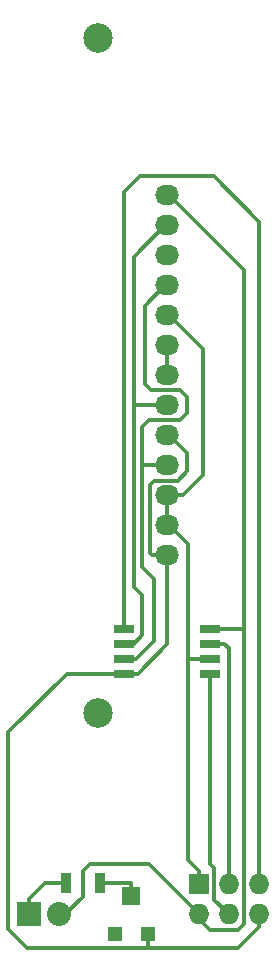
<source format=gbr>
G04 #@! TF.FileFunction,Copper,L1,Top,Signal*
%FSLAX46Y46*%
G04 Gerber Fmt 4.6, Leading zero omitted, Abs format (unit mm)*
G04 Created by KiCad (PCBNEW 4.0.2+dfsg1-stable) date Thu 14 Apr 2016 07:39:57 AM EDT*
%MOMM*%
G01*
G04 APERTURE LIST*
%ADD10C,0.150000*%
%ADD11R,1.600000X1.500000*%
%ADD12R,1.200000X1.200000*%
%ADD13O,2.032000X1.727200*%
%ADD14C,2.500000*%
%ADD15R,1.700000X0.650000*%
%ADD16R,1.727200X1.727200*%
%ADD17O,1.727200X1.727200*%
%ADD18R,2.032000X2.032000*%
%ADD19O,2.032000X2.032000*%
%ADD20R,0.900000X1.700000*%
%ADD21C,0.300000*%
G04 APERTURE END LIST*
D10*
D11*
X11708000Y-3767000D03*
D12*
X13108000Y-7017000D03*
X10308000Y-7017000D03*
D13*
X14756000Y40313000D03*
X14756000Y37773000D03*
X14756000Y35233000D03*
X14756000Y32693000D03*
X14756000Y30153000D03*
X14756000Y27613000D03*
X14756000Y25073000D03*
X14756000Y42853000D03*
X14756000Y45393000D03*
X14756000Y47933000D03*
X14756000Y50473000D03*
X14756000Y53013000D03*
X14756000Y55553000D03*
D14*
X8861000Y68888000D03*
X8861000Y11738000D03*
D15*
X11106000Y18850000D03*
X11106000Y17580000D03*
X11106000Y16310000D03*
X11106000Y15040000D03*
X18406000Y15040000D03*
X18406000Y16310000D03*
X18406000Y17580000D03*
X18406000Y18850000D03*
D16*
X17423000Y-2804000D03*
D17*
X17423000Y-5344000D03*
X19963000Y-2804000D03*
X19963000Y-5344000D03*
X22503000Y-2804000D03*
X22503000Y-5344000D03*
D18*
X3072000Y-5344000D03*
D19*
X5612000Y-5344000D03*
D20*
X6150000Y-2700000D03*
X9050000Y-2700000D03*
D21*
X22503000Y-2804000D02*
X22503000Y53297000D01*
X22503000Y53297000D02*
X18674753Y57125247D01*
X18674753Y57125247D02*
X12425247Y57125247D01*
X12425247Y57125247D02*
X11073000Y55773000D01*
X11073000Y55773000D02*
X11073000Y19508000D01*
X11073000Y19508000D02*
X11106000Y19475000D01*
X11106000Y19475000D02*
X11106000Y18850000D01*
X11106000Y17580000D02*
X11934521Y17580000D01*
X11934521Y17580000D02*
X12634602Y18280081D01*
X12634602Y18280081D02*
X12634602Y21650050D01*
X12634602Y21650050D02*
X11903192Y22381460D01*
X11903192Y37773000D02*
X12343000Y37773000D01*
X11903192Y22381460D02*
X11903192Y37773000D01*
X12343000Y37773000D02*
X11902769Y37773000D01*
X11902769Y37773000D02*
X11902769Y50312169D01*
X11902769Y50312169D02*
X14603600Y53013000D01*
X14603600Y53013000D02*
X14756000Y53013000D01*
X14756000Y37773000D02*
X13440000Y37773000D01*
X13440000Y37773000D02*
X12343000Y37773000D01*
X14756000Y37773000D02*
X14603600Y37773000D01*
X14756000Y32693000D02*
X12637964Y32693000D01*
X12637964Y32693000D02*
X12637964Y35937964D01*
X12637964Y35937964D02*
X13203000Y36503000D01*
X13203000Y36503000D02*
X15856657Y36503000D01*
X15856657Y36503000D02*
X16424388Y37070731D01*
X14603600Y47933000D02*
X14756000Y47933000D01*
X16424388Y37070731D02*
X16424388Y38462524D01*
X13375827Y39040413D02*
X12837148Y39579092D01*
X12837148Y46166548D02*
X14603600Y47933000D01*
X16424388Y38462524D02*
X15846499Y39040413D01*
X15846499Y39040413D02*
X13375827Y39040413D01*
X12837148Y39579092D02*
X12837148Y46166548D01*
X14908400Y47933000D02*
X14756000Y47933000D01*
X11106000Y16310000D02*
X12115479Y16310000D01*
X12115479Y16310000D02*
X13617510Y17812031D01*
X13617510Y17812031D02*
X13617510Y23038602D01*
X13617510Y23038602D02*
X12637144Y24018968D01*
X12637144Y24018968D02*
X12637144Y32693000D01*
X12637144Y32693000D02*
X14756000Y32693000D01*
X1300000Y-6615002D02*
X1300000Y10097319D01*
X13108000Y-7017000D02*
X13108000Y-8200000D01*
X13108000Y-8200000D02*
X2884998Y-8200000D01*
X2884998Y-8200000D02*
X1300000Y-6615002D01*
X1300000Y10097319D02*
X6242681Y15040000D01*
X6242681Y15040000D02*
X9956000Y15040000D01*
X9956000Y15040000D02*
X11106000Y15040000D01*
X14756000Y25073000D02*
X13440000Y25073000D01*
X15624686Y31366610D02*
X16424388Y32166312D01*
X13440000Y25073000D02*
X13300000Y25213000D01*
X13666610Y31366610D02*
X15624686Y31366610D01*
X14908400Y35233000D02*
X14756000Y35233000D01*
X13300000Y25213000D02*
X13300000Y31000000D01*
X13300000Y31000000D02*
X13666610Y31366610D01*
X16424388Y32166312D02*
X16424388Y33717012D01*
X16424388Y33717012D02*
X14908400Y35233000D01*
X22503000Y-5344000D02*
X22503000Y-6423890D01*
X22503000Y-6423890D02*
X20726345Y-8200545D01*
X20726345Y-8200545D02*
X13108000Y-8200545D01*
X13108000Y-8200545D02*
X13108000Y-7017000D01*
X11106000Y15040000D02*
X12256000Y15040000D01*
X12256000Y15040000D02*
X14756000Y17540000D01*
X14756000Y17540000D02*
X14756000Y23909400D01*
X14756000Y23909400D02*
X14756000Y25073000D01*
X18406000Y-1067036D02*
X18406000Y7632964D01*
X19963000Y-5344000D02*
X18749399Y-4130399D01*
X18749399Y-4130399D02*
X18749399Y-1410435D01*
X18749399Y-1410435D02*
X18406000Y-1067036D01*
X18406000Y7632964D02*
X18406000Y15040000D01*
X16534000Y-751400D02*
X16534000Y7948600D01*
X14756000Y30153000D02*
X16072000Y30153000D01*
X17775321Y31856321D02*
X17775321Y42526079D01*
X16072000Y30153000D02*
X17775321Y31856321D01*
X17775321Y42526079D02*
X14908400Y45393000D01*
X14908400Y45393000D02*
X14756000Y45393000D01*
X14402813Y45393000D02*
X14756000Y45393000D01*
X16534000Y25987400D02*
X16534000Y16310000D01*
X16534000Y16310000D02*
X16534000Y7948600D01*
X18406000Y16310000D02*
X16534000Y16310000D01*
X16534000Y-751400D02*
X17423000Y-1640400D01*
X17423000Y-1640400D02*
X17423000Y-2804000D01*
X14908400Y27613000D02*
X16534000Y25987400D01*
X14756000Y27613000D02*
X14756000Y30153000D01*
X14908400Y27613000D02*
X14756000Y27613000D01*
X19963000Y-2804000D02*
X19963000Y17173000D01*
X19963000Y17173000D02*
X19556000Y17580000D01*
X19556000Y17580000D02*
X18406000Y17580000D01*
X17423000Y-5344000D02*
X17423000Y-5770863D01*
X17423000Y-5770863D02*
X18347176Y-6695039D01*
X21271873Y2700000D02*
X21271873Y18850000D01*
X18347176Y-6695039D02*
X20712962Y-6695039D01*
X20712962Y-6695039D02*
X21271873Y-6136128D01*
X21271873Y-6136128D02*
X21271873Y2700000D01*
X17423000Y-5344000D02*
X13176216Y-1097216D01*
X8212018Y-1097216D02*
X7611467Y-1697767D01*
X7611467Y-3859753D02*
X6127220Y-5344000D01*
X13176216Y-1097216D02*
X8212018Y-1097216D01*
X7611467Y-1697767D02*
X7611467Y-3859753D01*
X6127220Y-5344000D02*
X5612000Y-5344000D01*
X21271873Y18850000D02*
X21271873Y49189527D01*
X18406000Y18850000D02*
X19556000Y18850000D01*
X19556000Y18850000D02*
X21271873Y18850000D01*
X21271873Y49189527D02*
X14908400Y55553000D01*
X14908400Y55553000D02*
X14756000Y55553000D01*
X5993000Y-5344000D02*
X5612000Y-5725000D01*
X14756000Y40313000D02*
X14756000Y42853000D01*
X9050000Y-2700000D02*
X11691000Y-2700000D01*
X11691000Y-2700000D02*
X11708000Y-2717000D01*
X11708000Y-2717000D02*
X11708000Y-3767000D01*
X6150000Y-2700000D02*
X4400000Y-2700000D01*
X4400000Y-2700000D02*
X3072000Y-4028000D01*
X3072000Y-4028000D02*
X3072000Y-5344000D01*
M02*

</source>
